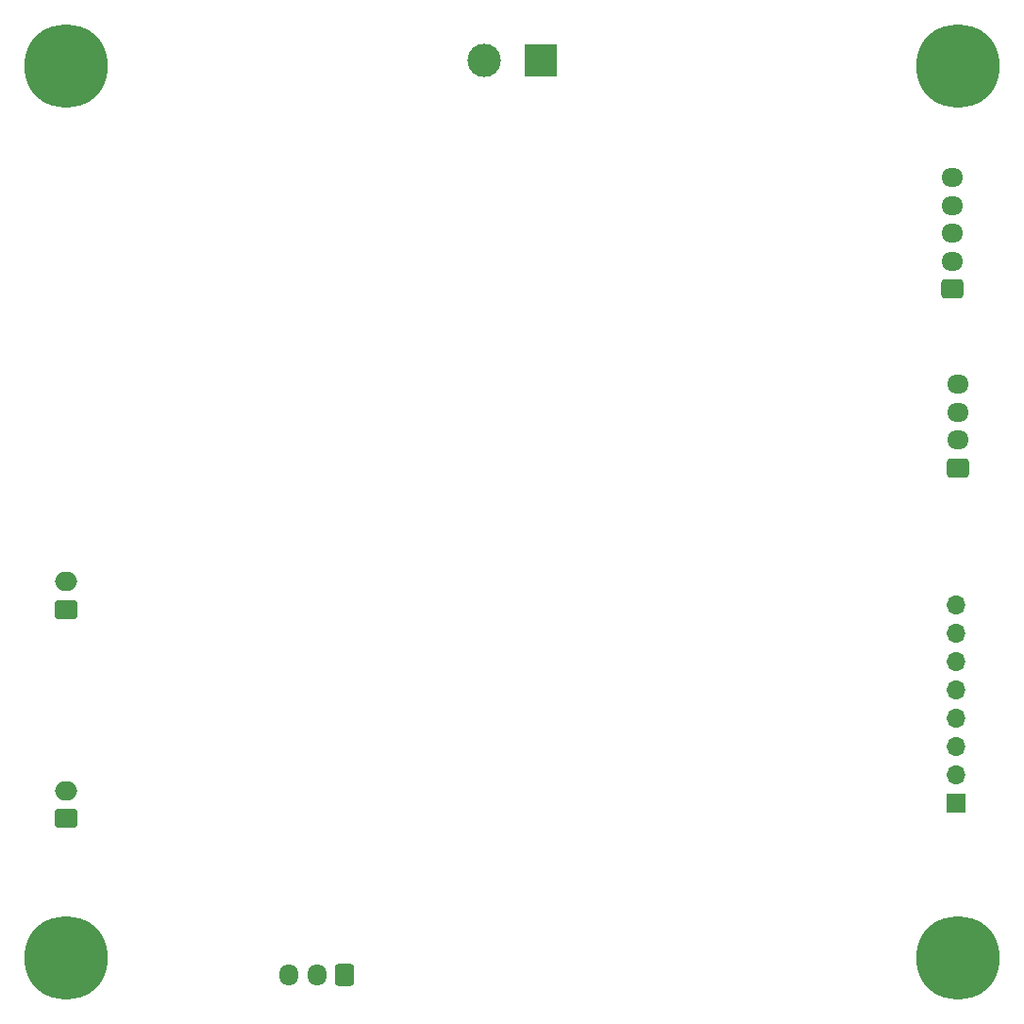
<source format=gbr>
%TF.GenerationSoftware,KiCad,Pcbnew,6.0.11-2627ca5db0~126~ubuntu22.04.1*%
%TF.CreationDate,2023-04-06T15:07:13+02:00*%
%TF.ProjectId,Subductor_carte_commande,53756264-7563-4746-9f72-5f6361727465,rev?*%
%TF.SameCoordinates,Original*%
%TF.FileFunction,Soldermask,Bot*%
%TF.FilePolarity,Negative*%
%FSLAX46Y46*%
G04 Gerber Fmt 4.6, Leading zero omitted, Abs format (unit mm)*
G04 Created by KiCad (PCBNEW 6.0.11-2627ca5db0~126~ubuntu22.04.1) date 2023-04-06 15:07:13*
%MOMM*%
%LPD*%
G01*
G04 APERTURE LIST*
G04 Aperture macros list*
%AMRoundRect*
0 Rectangle with rounded corners*
0 $1 Rounding radius*
0 $2 $3 $4 $5 $6 $7 $8 $9 X,Y pos of 4 corners*
0 Add a 4 corners polygon primitive as box body*
4,1,4,$2,$3,$4,$5,$6,$7,$8,$9,$2,$3,0*
0 Add four circle primitives for the rounded corners*
1,1,$1+$1,$2,$3*
1,1,$1+$1,$4,$5*
1,1,$1+$1,$6,$7*
1,1,$1+$1,$8,$9*
0 Add four rect primitives between the rounded corners*
20,1,$1+$1,$2,$3,$4,$5,0*
20,1,$1+$1,$4,$5,$6,$7,0*
20,1,$1+$1,$6,$7,$8,$9,0*
20,1,$1+$1,$8,$9,$2,$3,0*%
G04 Aperture macros list end*
%ADD10RoundRect,0.250000X0.600000X0.725000X-0.600000X0.725000X-0.600000X-0.725000X0.600000X-0.725000X0*%
%ADD11O,1.700000X1.950000*%
%ADD12RoundRect,0.250000X0.750000X-0.600000X0.750000X0.600000X-0.750000X0.600000X-0.750000X-0.600000X0*%
%ADD13O,2.000000X1.700000*%
%ADD14RoundRect,0.250000X0.725000X-0.600000X0.725000X0.600000X-0.725000X0.600000X-0.725000X-0.600000X0*%
%ADD15O,1.950000X1.700000*%
%ADD16R,3.000000X3.000000*%
%ADD17C,3.000000*%
%ADD18R,1.700000X1.700000*%
%ADD19O,1.700000X1.700000*%
%ADD20C,7.500000*%
G04 APERTURE END LIST*
D10*
%TO.C,J7*%
X60000000Y-116500000D03*
D11*
X57500000Y-116500000D03*
X55000000Y-116500000D03*
%TD*%
D12*
%TO.C,J5*%
X35000000Y-83750000D03*
D13*
X35000000Y-81250000D03*
%TD*%
D14*
%TO.C,J2*%
X115000000Y-71050000D03*
D15*
X115000000Y-68550000D03*
X115000000Y-66050000D03*
X115000000Y-63550000D03*
%TD*%
D14*
%TO.C,J3*%
X114500000Y-55000000D03*
D15*
X114500000Y-52500000D03*
X114500000Y-50000000D03*
X114500000Y-47500000D03*
X114500000Y-45000000D03*
%TD*%
D16*
%TO.C,J1*%
X77540000Y-34500000D03*
D17*
X72460000Y-34500000D03*
%TD*%
D18*
%TO.C,J4*%
X114800000Y-101100000D03*
D19*
X114800000Y-98560000D03*
X114800000Y-96020000D03*
X114800000Y-93480000D03*
X114800000Y-90940000D03*
X114800000Y-88400000D03*
X114800000Y-85860000D03*
X114800000Y-83320000D03*
%TD*%
D20*
%TO.C,H1*%
X35000000Y-35000000D03*
%TD*%
%TO.C,H4*%
X115000000Y-115000000D03*
%TD*%
D12*
%TO.C,J6*%
X35000000Y-102500000D03*
D13*
X35000000Y-100000000D03*
%TD*%
D20*
%TO.C,H3*%
X35000000Y-115000000D03*
%TD*%
%TO.C,H2*%
X115000000Y-35000000D03*
%TD*%
M02*

</source>
